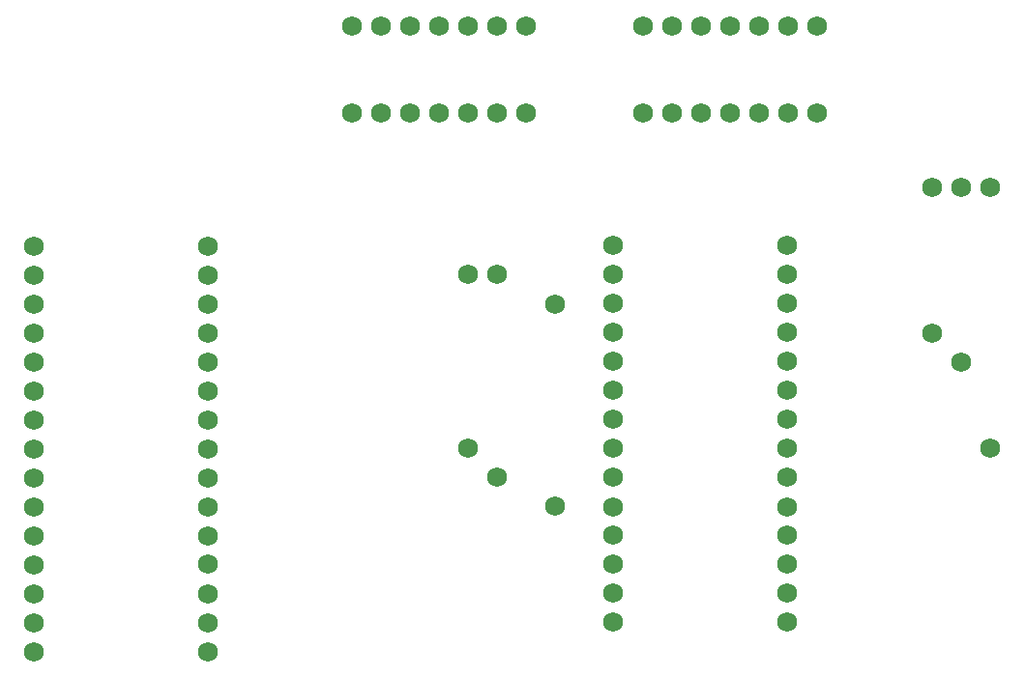
<source format=gts>
G04 Layer: TopSolderMaskLayer*
G04 EasyEDA v6.4.20.6, 2021-08-23T14:22:53+08:00*
G04 d2134aeba8d541879ef023346c28b4ea,d2c6aa496c93417f82209b500ca1ce63,10*
G04 Gerber Generator version 0.2*
G04 Scale: 100 percent, Rotated: No, Reflected: No *
G04 Dimensions in millimeters *
G04 leading zeros omitted , absolute positions ,4 integer and 5 decimal *
%FSLAX45Y45*%
%MOMM*%

%ADD15C,1.7272*%

%LPD*%
D15*
G01*
X1028700Y7099300D03*
G01*
X1028700Y6845300D03*
G01*
X1028700Y6591300D03*
G01*
X1028700Y6337300D03*
G01*
X1028700Y6083300D03*
G01*
X1028700Y5829300D03*
G01*
X1028700Y5575300D03*
G01*
X1028700Y5321300D03*
G01*
X1028700Y5067300D03*
G01*
X1028700Y4813300D03*
G01*
X1028700Y4559300D03*
G01*
X1028700Y4305300D03*
G01*
X1028700Y4051300D03*
G01*
X1028700Y3797300D03*
G01*
X1028700Y3543300D03*
G01*
X2552700Y3543300D03*
G01*
X2552700Y3797300D03*
G01*
X2552700Y4051300D03*
G01*
X2552700Y4318000D03*
G01*
X2552700Y4559300D03*
G01*
X2552700Y4813300D03*
G01*
X2552700Y5067300D03*
G01*
X2552700Y5321300D03*
G01*
X2552700Y5575300D03*
G01*
X2552700Y5829300D03*
G01*
X2552700Y6083300D03*
G01*
X2552700Y6337300D03*
G01*
X2552700Y6591300D03*
G01*
X2552700Y6845300D03*
G01*
X2552700Y7099300D03*
G01*
X6362700Y8267700D03*
G01*
X6616700Y8267700D03*
G01*
X6870700Y8267700D03*
G01*
X7124700Y8267700D03*
G01*
X7378700Y8267700D03*
G01*
X7632700Y8267700D03*
G01*
X7886700Y8267700D03*
G01*
X7886700Y9029700D03*
G01*
X7632700Y9029700D03*
G01*
X7378700Y9029700D03*
G01*
X7124700Y9029700D03*
G01*
X6870700Y9029700D03*
G01*
X6616700Y9029700D03*
G01*
X6362700Y9029700D03*
G01*
X5334000Y9029700D03*
G01*
X5080000Y9029700D03*
G01*
X4826000Y9029700D03*
G01*
X4572000Y9029700D03*
G01*
X4318000Y9029700D03*
G01*
X4064000Y9029700D03*
G01*
X3810000Y9029700D03*
G01*
X3810000Y8267700D03*
G01*
X4064000Y8267700D03*
G01*
X4318000Y8267700D03*
G01*
X4572000Y8267700D03*
G01*
X4826000Y8267700D03*
G01*
X5080000Y8267700D03*
G01*
X5334000Y8267700D03*
G01*
X6096000Y6096000D03*
G01*
X6096000Y5842000D03*
G01*
X6096000Y5588000D03*
G01*
X6096000Y5334000D03*
G01*
X6096000Y5080000D03*
G01*
X6096000Y4813300D03*
G01*
X6096000Y4572000D03*
G01*
X6096000Y4318000D03*
G01*
X6096000Y4064000D03*
G01*
X6096000Y6350000D03*
G01*
X6096000Y6604000D03*
G01*
X6096000Y6858000D03*
G01*
X6096000Y7112000D03*
G01*
X6096000Y3810000D03*
G01*
X7620000Y3810000D03*
G01*
X7620000Y7112000D03*
G01*
X7620000Y6858000D03*
G01*
X7620000Y6604000D03*
G01*
X7620000Y6350000D03*
G01*
X7620000Y4064000D03*
G01*
X7620000Y4318000D03*
G01*
X7620000Y4572000D03*
G01*
X7620000Y4813300D03*
G01*
X7620000Y5080000D03*
G01*
X7620000Y5334000D03*
G01*
X7620000Y5588000D03*
G01*
X7620000Y5842000D03*
G01*
X7620000Y6096000D03*
G01*
X9398000Y7620000D03*
G01*
X9398000Y5334000D03*
G01*
X9144000Y7620000D03*
G01*
X9144000Y6083300D03*
G01*
X8890000Y7620000D03*
G01*
X8890000Y6337300D03*
G01*
X5588000Y6591300D03*
G01*
X5080000Y6858000D03*
G01*
X4826000Y6858000D03*
G01*
X4826000Y5334000D03*
G01*
X5080000Y5080000D03*
G01*
X5588000Y4826000D03*
M02*

</source>
